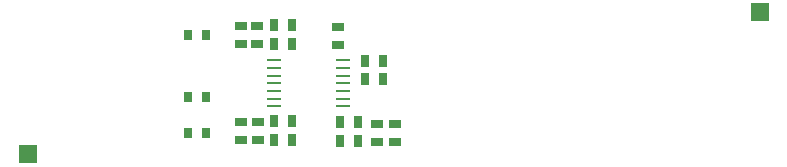
<source format=gbp>
G04*
G04 #@! TF.GenerationSoftware,Altium Limited,Altium Designer,20.2.8 (258)*
G04*
G04 Layer_Color=128*
%FSLAX44Y44*%
%MOMM*%
G71*
G04*
G04 #@! TF.SameCoordinates,D032E148-705B-442B-B370-39794CB6FC5C*
G04*
G04*
G04 #@! TF.FilePolarity,Positive*
G04*
G01*
G75*
%ADD14R,0.7500X1.0000*%
%ADD16R,1.5000X1.5000*%
%ADD17R,0.6500X0.9000*%
%ADD18R,1.0000X0.7500*%
%ADD58R,1.2700X0.1700*%
D14*
X310620Y19000D02*
D03*
X295380D02*
D03*
X289620Y-49000D02*
D03*
X274380D02*
D03*
X289620Y-33000D02*
D03*
X274380D02*
D03*
X218380Y-48000D02*
D03*
X233620D02*
D03*
X218380Y-32000D02*
D03*
X233620D02*
D03*
X218380Y33000D02*
D03*
X233620D02*
D03*
X218380Y49000D02*
D03*
X233620D02*
D03*
X310620Y4000D02*
D03*
X295380D02*
D03*
D16*
X10000Y-60000D02*
D03*
X630000Y60000D02*
D03*
D17*
X160620Y41000D02*
D03*
X145380D02*
D03*
X160620Y-12000D02*
D03*
X145380D02*
D03*
Y-42000D02*
D03*
X160620D02*
D03*
D18*
X273000Y47620D02*
D03*
Y32380D02*
D03*
X306000Y-34380D02*
D03*
Y-49620D02*
D03*
X321000Y-34380D02*
D03*
Y-49620D02*
D03*
X191000Y-32380D02*
D03*
Y-47620D02*
D03*
X205000D02*
D03*
Y-32380D02*
D03*
X204000Y33380D02*
D03*
Y48620D02*
D03*
X191000Y33380D02*
D03*
Y48620D02*
D03*
D58*
X218790Y-19500D02*
D03*
Y-13000D02*
D03*
Y-6500D02*
D03*
Y0D02*
D03*
Y6500D02*
D03*
Y13000D02*
D03*
Y19500D02*
D03*
X277210D02*
D03*
Y13000D02*
D03*
Y6500D02*
D03*
Y0D02*
D03*
Y-6500D02*
D03*
Y-13000D02*
D03*
Y-19500D02*
D03*
M02*

</source>
